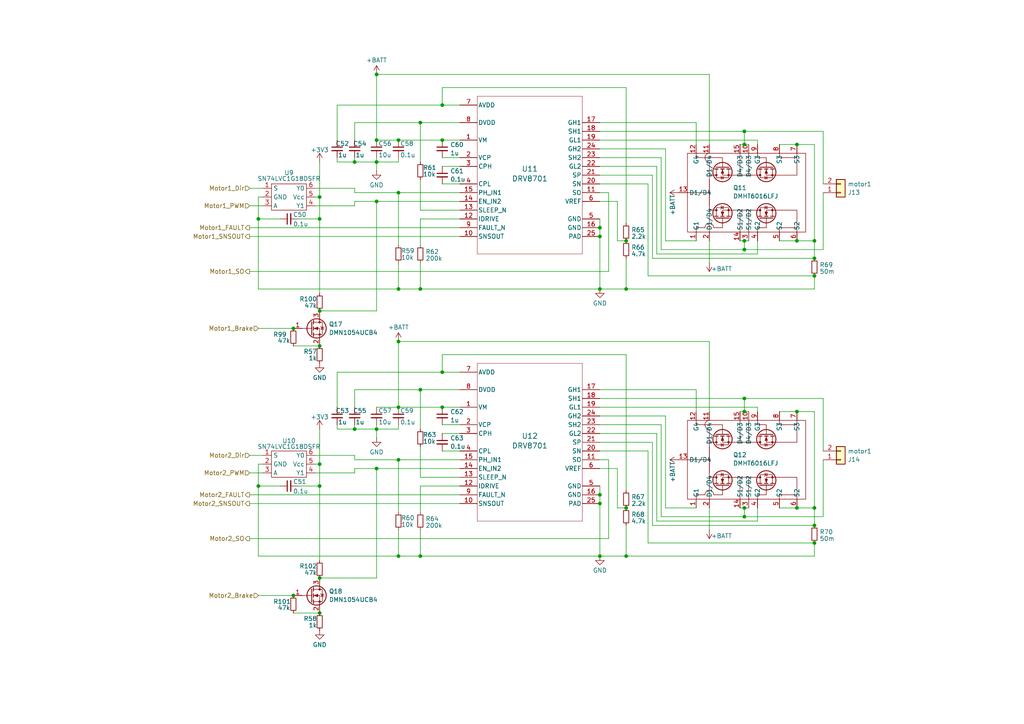
<source format=kicad_sch>
(kicad_sch (version 20231120) (generator "eeschema") (generator_version "8.0")
  (paper "A4")
  (lib_symbols
    (symbol "Connector_Generic:Conn_01x02" (pin_names (offset 1.016) hide)
      (property "Reference" "J" (at 0 2.54 0))
      (property "Value" "Conn_01x02" (at 0 -5.08 0))
      (symbol "Conn_01x02_1_1"
        (rectangle (start -1.27 -2.413) (end 0 -2.667) (stroke (width 0.1524)))
        (rectangle (start -1.27 0.127) (end 0 -0.127) (stroke (width 0.1524)))
        (rectangle (start -1.27 1.27) (end 1.27 -3.81) (stroke (width 0.254)) (fill (type background)))
        (pin passive line (at -5.08 0 0) (length 3.81) (name "Pin_1") (number "1"))
        (pin passive line (at -5.08 -2.54 0) (length 3.81) (name "Pin_2") (number "2"))
      )
    )
    (symbol "Device:C_Small" (pin_numbers hide) (pin_names (offset 0.254) hide)
      (property "Reference" "C" (at 0.254 1.778 0))
      (property "Value" "C_Small" (at 0.254 -2.032 0))
      (symbol "C_Small_0_1"
        (polyline (pts (xy -1.524 -0.508) (xy 1.524 -0.508)) (stroke (width 0.3302)))
        (polyline (pts (xy -1.524 0.508) (xy 1.524 0.508)) (stroke (width 0.3048)))
      )
      (symbol "C_Small_1_1"
        (pin passive line (at 0 2.54 270) (length 2.032) (name "~") (number "1"))
        (pin passive line (at 0 -2.54 90) (length 2.032) (name "~") (number "2"))
      )
    )
    (symbol "Device:Q_NMOS_GSD" (pin_names (offset 0) hide)
      (property "Reference" "Q" (at 5.08 1.27 0))
      (property "Value" "Q_NMOS_GSD" (at 5.08 -1.27 0))
      (symbol "Q_NMOS_GSD_0_1"
        (polyline (pts (xy 0.254 0) (xy -2.54 0)))
        (polyline (pts (xy 0.254 1.905) (xy 0.254 -1.905)) (stroke (width 0.254)))
        (polyline (pts (xy 0.762 -1.27) (xy 0.762 -2.286)) (stroke (width 0.254)))
        (polyline (pts (xy 0.762 0.508) (xy 0.762 -0.508)) (stroke (width 0.254)))
        (polyline (pts (xy 0.762 2.286) (xy 0.762 1.27)) (stroke (width 0.254)))
        (polyline (pts (xy 2.54 2.54) (xy 2.54 1.778)))
        (polyline (pts (xy 2.54 -2.54) (xy 2.54 0) (xy 0.762 0)))
        (polyline (pts (xy 0.762 -1.778) (xy 3.302 -1.778) (xy 3.302 1.778) (xy 0.762 1.778)))
        (polyline (pts (xy 1.016 0) (xy 2.032 0.381) (xy 2.032 -0.381) (xy 1.016 0)) (fill (type outline)))
        (polyline (pts (xy 2.794 0.508) (xy 2.921 0.381) (xy 3.683 0.381) (xy 3.81 0.254)))
        (polyline (pts (xy 3.302 0.381) (xy 2.921 -0.254) (xy 3.683 -0.254) (xy 3.302 0.381)))
        (circle (center 1.651 0) (radius 2.794) (stroke (width 0.254)))
        (circle (center 2.54 -1.778) (radius 0.254) (fill (type outline)))
        (circle (center 2.54 1.778) (radius 0.254) (fill (type outline)))
      )
      (symbol "Q_NMOS_GSD_1_1"
        (pin input line (at -5.08 0 0) (length 2.54) (name "G") (number "1"))
        (pin passive line (at 2.54 -5.08 90) (length 2.54) (name "S") (number "2"))
        (pin passive line (at 2.54 5.08 270) (length 2.54) (name "D") (number "3"))
      )
    )
    (symbol "Device:R_Small" (pin_numbers hide) (pin_names (offset 0.254) hide)
      (property "Reference" "R" (at 0.762 0.508 0))
      (property "Value" "R_Small" (at 0.762 -1.016 0))
      (symbol "R_Small_0_1"
        (rectangle (start -0.762 1.778) (end 0.762 -1.778) (stroke (width 0.2032)))
      )
      (symbol "R_Small_1_1"
        (pin passive line (at 0 2.54 270) (length 0.762) (name "~") (number "1"))
        (pin passive line (at 0 -2.54 90) (length 0.762) (name "~") (number "2"))
      )
    )
    (symbol "SN74LVC1G18_1"
      (property "Reference" "U" (at 0 1.778 0))
      (property "Value" "SN74LVC1G18" (at 0 0 0))
      (symbol "SN74LVC1G18_1_0_1"
        (rectangle (start -5.08 -1.27) (end 5.08 -8.89))
      )
      (symbol "SN74LVC1G18_1_1_1"
        (pin bidirectional line (at -7.62 -2.54 0) (length 2.54) (name "S") (number "1"))
        (pin power_in line (at -7.62 -5.08 0) (length 2.54) (name "GND") (number "2"))
        (pin bidirectional line (at -7.62 -7.62 0) (length 2.54) (name "A") (number "3"))
        (pin output line (at 7.62 -7.62 180) (length 2.54) (name "Y1") (number "4"))
        (pin power_in line (at 7.62 -5.08 180) (length 2.54) (name "Vcc") (number "5"))
        (pin output line (at 7.62 -2.54 180) (length 2.54) (name "Y0") (number "6"))
      )
    )
    (symbol "power:+3V3" (power) (pin_numbers hide) (pin_names (offset 0) hide)
      (property "Value" "+3V3" (at 0 3.556 0))
      (symbol "+3V3_0_1"
        (polyline (pts (xy -0.762 1.27) (xy 0 2.54)))
        (polyline (pts (xy 0 0) (xy 0 2.54)))
        (polyline (pts (xy 0 2.54) (xy 0.762 1.27)))
      )
      (symbol "+3V3_1_1"
        (pin power_in line (at 0 0 90) (length 0) (name "~") (number "1"))
      )
    )
    (symbol "power:+BATT" (power) (pin_numbers hide) (pin_names (offset 0) hide)
      (property "Value" "+BATT" (at 0 3.556 0))
      (symbol "+BATT_0_1"
        (polyline (pts (xy -0.762 1.27) (xy 0 2.54)))
        (polyline (pts (xy 0 0) (xy 0 2.54)))
        (polyline (pts (xy 0 2.54) (xy 0.762 1.27)))
      )
      (symbol "+BATT_1_1"
        (pin power_in line (at 0 0 90) (length 0) (name "~") (number "1"))
      )
    )
    (symbol "power:GND" (power) (pin_numbers hide) (pin_names (offset 0) hide)
      (property "Value" "GND" (at 0 -3.81 0))
      (symbol "GND_0_1"
        (polyline (pts (xy 0 0) (xy 0 -1.27) (xy 1.27 -1.27) (xy 0 -2.54) (xy -1.27 -1.27) (xy 0 -1.27)))
      )
      (symbol "GND_1_1"
        (pin power_in line (at 0 0 270) (length 0) (name "~") (number "1"))
      )
    )
    (symbol "robocon:DMHT6016LFJ"
      (property "Reference" "Q" (at 7.112 13.716 0))
      (property "Value" "DMHT6016LFJ" (at 6.858 11.43 0))
      (symbol "DMHT6016LFJ_0_1"
        (rectangle (start -11.43 10.16) (end 11.43 -24.13))
        (arc (start -10.16 2.54) (mid -9.262 2.912) (end -8.89 3.81))
        (arc (start -8.89 3.81) (mid -9.262 4.708) (end -10.16 5.08))
        (circle (center -5.969 -12.7) (radius 2.794) (stroke (width 0.254)))
        (circle (center -5.969 0) (radius 2.794) (stroke (width 0.254)))
        (circle (center -5.08 -14.478) (radius 0.254) (fill (type outline)))
        (circle (center -5.08 -10.922) (radius 0.254) (fill (type outline)))
        (circle (center -5.08 -1.778) (radius 0.254) (fill (type outline)))
        (circle (center -5.08 1.778) (radius 0.254) (fill (type outline)))
        (polyline (pts (xy -11.43 -7.62) (xy -5.08 -7.62)))
        (polyline (pts (xy -11.43 -5.08) (xy -5.08 -5.08)))
        (polyline (pts (xy -10.16 0) (xy -10.16 2.54)))
        (polyline (pts (xy -7.366 -12.7) (xy -10.16 -12.7)))
        (polyline (pts (xy -7.366 -10.795) (xy -7.366 -14.605)) (stroke (width 0.254)))
        (polyline (pts (xy -7.366 0) (xy -10.16 0)))
        (polyline (pts (xy -7.366 1.905) (xy -7.366 -1.905)) (stroke (width 0.254)))
        (polyline (pts (xy -6.858 -13.97) (xy -6.858 -14.986)) (stroke (width 0.254)))
        (polyline (pts (xy -6.858 -12.192) (xy -6.858 -13.208)) (stroke (width 0.254)))
        (polyline (pts (xy -6.858 -10.414) (xy -6.858 -11.43)) (stroke (width 0.254)))
        (polyline (pts (xy -6.858 -1.27) (xy -6.858 -2.286)) (stroke (width 0.254)))
        (polyline (pts (xy -6.858 0.508) (xy -6.858 -0.508)) (stroke (width 0.254)))
        (polyline (pts (xy -6.858 2.286) (xy -6.858 1.27)) (stroke (width 0.254)))
        (polyline (pts (xy -5.08 -10.16) (xy -5.08 -10.922)))
        (polyline (pts (xy -5.08 -10.16) (xy -5.08 -8.89)))
        (polyline (pts (xy -5.08 -8.89) (xy -5.08 -2.54)))
        (polyline (pts (xy -5.08 2.54) (xy -5.08 1.778)))
        (polyline (pts (xy -5.08 2.54) (xy -5.08 3.81)))
        (polyline (pts (xy -5.08 3.81) (xy -11.43 3.81)))
        (polyline (pts (xy -5.08 3.81) (xy 3.81 3.81)))
        (polyline (pts (xy 0 10.16) (xy 0 3.81)))
        (polyline (pts (xy 5.08 -10.16) (xy 5.08 -10.922)))
        (polyline (pts (xy 5.08 -10.16) (xy 5.08 -8.89)))
        (polyline (pts (xy 5.08 -8.89) (xy 5.08 -2.54)))
        (polyline (pts (xy 5.08 -5.08) (xy 11.43 -5.08)))
        (polyline (pts (xy 5.08 2.54) (xy 5.08 1.778)))
        (polyline (pts (xy 5.08 2.54) (xy 5.08 3.81)))
        (polyline (pts (xy 5.08 3.81) (xy -3.81 3.81)))
        (polyline (pts (xy 5.08 3.81) (xy 8.89 3.81)))
        (polyline (pts (xy 6.858 -13.97) (xy 6.858 -14.986)) (stroke (width 0.254)))
        (polyline (pts (xy 6.858 -12.192) (xy 6.858 -13.208)) (stroke (width 0.254)))
        (polyline (pts (xy 6.858 -10.414) (xy 6.858 -11.43)) (stroke (width 0.254)))
        (polyline (pts (xy 6.858 -1.27) (xy 6.858 -2.286)) (stroke (width 0.254)))
        (polyline (pts (xy 6.858 0.508) (xy 6.858 -0.508)) (stroke (width 0.254)))
        (polyline (pts (xy 6.858 2.286) (xy 6.858 1.27)) (stroke (width 0.254)))
        (polyline (pts (xy 7.366 -12.7) (xy 10.16 -12.7)))
        (polyline (pts (xy 7.366 -10.795) (xy 7.366 -14.605)) (stroke (width 0.254)))
        (polyline (pts (xy 7.366 0) (xy 10.16 0)))
        (polyline (pts (xy 7.366 1.905) (xy 7.366 -1.905)) (stroke (width 0.254)))
        (polyline (pts (xy 11.43 -7.62) (xy 5.08 -7.62)))
        (polyline (pts (xy -11.43 -10.16) (xy -10.16 -10.16) (xy -10.16 -12.7)))
        (polyline (pts (xy -10.16 -21.59) (xy -10.16 -16.51) (xy -11.43 -16.51)))
        (polyline (pts (xy -10.16 5.08) (xy -10.16 7.62) (xy -11.43 7.62)))
        (polyline (pts (xy -5.08 -15.24) (xy -5.08 -21.59) (xy -11.43 -21.59)))
        (polyline (pts (xy -5.08 -15.24) (xy -5.08 -12.7) (xy -6.858 -12.7)))
        (polyline (pts (xy -5.08 -2.54) (xy -5.08 0) (xy -6.858 0)))
        (polyline (pts (xy 5.08 -15.24) (xy 5.08 -21.59) (xy 11.43 -21.59)))
        (polyline (pts (xy 5.08 -15.24) (xy 5.08 -12.7) (xy 6.858 -12.7)))
        (polyline (pts (xy 5.08 -2.54) (xy 5.08 0) (xy 6.858 0)))
        (polyline (pts (xy 10.16 0) (xy 10.16 7.62) (xy 11.43 7.62)))
        (polyline (pts (xy 11.43 -16.51) (xy 10.16 -16.51) (xy 10.16 -21.59)))
        (polyline (pts (xy 11.43 -10.16) (xy 10.16 -10.16) (xy 10.16 -12.7)))
        (polyline (pts (xy -6.858 -14.478) (xy -4.318 -14.478) (xy -4.318 -10.922) (xy -6.858 -10.922)))
        (polyline (pts (xy -6.858 -1.778) (xy -4.318 -1.778) (xy -4.318 1.778) (xy -6.858 1.778)))
        (polyline (pts (xy -6.604 -12.7) (xy -5.588 -12.319) (xy -5.588 -13.081) (xy -6.604 -12.7)) (fill (type outline)))
        (polyline (pts (xy -6.604 0) (xy -5.588 0.381) (xy -5.588 -0.381) (xy -6.604 0)) (fill (type outline)))
        (polyline (pts (xy -4.826 -12.192) (xy -4.699 -12.319) (xy -3.937 -12.319) (xy -3.81 -12.446)))
        (polyline (pts (xy -4.826 0.508) (xy -4.699 0.381) (xy -3.937 0.381) (xy -3.81 0.254)))
        (polyline (pts (xy -4.318 -12.319) (xy -4.699 -12.954) (xy -3.937 -12.954) (xy -4.318 -12.319)))
        (polyline (pts (xy -4.318 0.381) (xy -4.699 -0.254) (xy -3.937 -0.254) (xy -4.318 0.381)))
        (polyline (pts (xy 4.318 -12.319) (xy 4.699 -12.954) (xy 3.937 -12.954) (xy 4.318 -12.319)))
        (polyline (pts (xy 4.318 0.381) (xy 4.699 -0.254) (xy 3.937 -0.254) (xy 4.318 0.381)))
        (polyline (pts (xy 4.826 -12.192) (xy 4.699 -12.319) (xy 3.937 -12.319) (xy 3.81 -12.446)))
        (polyline (pts (xy 4.826 0.508) (xy 4.699 0.381) (xy 3.937 0.381) (xy 3.81 0.254)))
        (polyline (pts (xy 6.604 -12.7) (xy 5.588 -12.319) (xy 5.588 -13.081) (xy 6.604 -12.7)) (fill (type outline)))
        (polyline (pts (xy 6.604 0) (xy 5.588 0.381) (xy 5.588 -0.381) (xy 6.604 0)) (fill (type outline)))
        (polyline (pts (xy 6.858 -14.478) (xy 4.318 -14.478) (xy 4.318 -10.922) (xy 6.858 -10.922)))
        (polyline (pts (xy 6.858 -1.778) (xy 4.318 -1.778) (xy 4.318 1.778) (xy 6.858 1.778)))
        (circle (center 5.08 -14.478) (radius 0.254) (fill (type outline)))
        (circle (center 5.08 -10.922) (radius 0.254) (fill (type outline)))
        (circle (center 5.08 -1.778) (radius 0.254) (fill (type outline)))
        (circle (center 5.08 1.778) (radius 0.254) (fill (type outline)))
        (circle (center 5.969 -12.7) (radius 2.794) (stroke (width 0.254)))
        (circle (center 5.969 0) (radius 2.794) (stroke (width 0.254)))
        (arc (start 10.16 5.08) (mid 9.262 4.708) (end 8.89 3.81))
        (arc (start 11.43 3.81) (mid 11.058 4.708) (end 10.16 5.08))
      )
      (symbol "DMHT6016LFJ_1_1"
        (pin passive line (at -13.97 7.62 0) (length 2.54) (name "G1") (number "1"))
        (pin passive line (at 13.97 -7.62 180) (length 2.54) (name "D4/D3") (number "10"))
        (pin passive line (at 13.97 3.81 180) (length 2.54) (name "D1/D4") (number "11"))
        (pin passive line (at 13.97 7.62 180) (length 2.54) (name "G4") (number "12"))
        (pin passive line (at 0 12.7 270) (length 2.54) (name "D1/D4") (number "13"))
        (pin passive line (at -13.97 -5.08 0) (length 2.54) (name "S1/D2") (number "14"))
        (pin passive line (at 13.97 -5.08 180) (length 2.54) (name "D4/D3") (number "15"))
        (pin passive line (at -13.97 3.81 0) (length 2.54) (name "D1/D4") (number "2"))
        (pin passive line (at -13.97 -7.62 0) (length 2.54) (name "S1/D2") (number "3"))
        (pin passive line (at -13.97 -10.16 0) (length 2.54) (name "G2") (number "4"))
        (pin passive line (at -13.97 -16.51 0) (length 2.54) (name "S2") (number "5"))
        (pin passive line (at -13.97 -21.59 0) (length 2.54) (name "S2") (number "6"))
        (pin passive line (at 13.97 -21.59 180) (length 2.54) (name "S3") (number "7"))
        (pin passive line (at 13.97 -16.51 180) (length 2.54) (name "S3") (number "8"))
        (pin passive line (at 13.97 -10.16 180) (length 2.54) (name "G3") (number "9"))
      )
    )
    (symbol "robocon:DRV8701" (pin_names (offset 0.254))
      (property "Reference" "U" (at 0 12.7 0))
      (property "Value" "DRV8701" (at 0 10.16 0))
      (symbol "DRV8701_0_1"
        (polyline (pts (xy -15.24 -22.86) (xy 15.24 -22.86)) (stroke (width 0.1016)))
        (polyline (pts (xy -15.24 22.86) (xy -15.24 -22.86)) (stroke (width 0.1016)))
        (polyline (pts (xy 15.24 -22.86) (xy 15.24 22.86)) (stroke (width 0.1016)))
        (polyline (pts (xy 15.24 22.86) (xy -15.24 22.86)) (stroke (width 0.1016)))
        (pin power_in line (at -20.32 10.16 0) (length 5.08) (name "VM") (number "1"))
        (pin open_collector line (at -20.32 -17.78 0) (length 5.08) (name "SNSOUT") (number "10"))
        (pin output line (at 20.32 -5.08 180) (length 5.08) (name "SO") (number "11"))
        (pin input line (at -20.32 -12.7 0) (length 5.08) (name "IDRIVE") (number "12"))
        (pin input line (at -20.32 -10.16 0) (length 5.08) (name "SLEEP_N") (number "13"))
        (pin input line (at -20.32 -7.62 0) (length 5.08) (name "EN_IN2") (number "14"))
        (pin input line (at -20.32 -5.08 0) (length 5.08) (name "PH_IN1") (number "15"))
        (pin power_in line (at 20.32 -15.24 180) (length 5.08) (name "GND") (number "16"))
        (pin input line (at 20.32 12.7 180) (length 5.08) (name "SH1") (number "18"))
        (pin output line (at 20.32 10.16 180) (length 5.08) (name "GL1") (number "19"))
        (pin input line (at 20.32 -2.54 180) (length 5.08) (name "SN") (number "20"))
        (pin input line (at 20.32 0 180) (length 5.08) (name "SP") (number "21"))
        (pin output line (at 20.32 2.54 180) (length 5.08) (name "GL2") (number "22"))
        (pin input line (at 20.32 5.08 180) (length 5.08) (name "SH2") (number "23"))
        (pin power_in line (at 20.32 -17.78 180) (length 5.08) (name "PAD") (number "25"))
        (pin power_in line (at 20.32 -12.7 180) (length 5.08) (name "GND") (number "5"))
        (pin input line (at 20.32 -7.62 180) (length 5.08) (name "VREF") (number "6"))
        (pin open_collector line (at -20.32 -15.24 0) (length 5.08) (name "FAULT_N") (number "9"))
      )
      (symbol "DRV8701_1_1"
        (pin power_out line (at 20.32 15.24 180) (length 5.08) (name "GH1") (number "17"))
        (pin input line (at -20.32 5.08 0) (length 5.08) (name "VCP") (number "2"))
        (pin power_out line (at 20.32 7.62 180) (length 5.08) (name "GH2") (number "24"))
        (pin bidirectional line (at -20.32 2.54 0) (length 5.08) (name "CPH") (number "3"))
        (pin bidirectional line (at -20.32 -2.54 0) (length 5.08) (name "CPL") (number "4"))
        (pin power_out line (at -20.32 20.32 0) (length 5.08) (name "AVDD") (number "7"))
        (pin power_out line (at -20.32 15.24 0) (length 5.08) (name "DVDD") (number "8"))
      )
    )
    (symbol "robocon:SN74LVC1G18"
      (property "Reference" "U" (at 0 0 0))
      (symbol "SN74LVC1G18_0_1"
        (rectangle (start -5.08 -1.27) (end 5.08 -8.89))
      )
      (symbol "SN74LVC1G18_1_1"
        (pin bidirectional line (at -7.62 -2.54 0) (length 2.54) (name "S") (number "1"))
        (pin power_in line (at -7.62 -5.08 0) (length 2.54) (name "GND") (number "2"))
        (pin bidirectional line (at -7.62 -7.62 0) (length 2.54) (name "A") (number "3"))
        (pin output line (at 7.62 -7.62 180) (length 2.54) (name "Y1") (number "4"))
        (pin power_in line (at 7.62 -5.08 180) (length 2.54) (name "Vcc") (number "5"))
        (pin output line (at 7.62 -2.54 180) (length 2.54) (name "Y0") (number "6"))
      )
    )
  )
  (junction (at 115.57 133.35))
  (junction (at 173.99 83.82))
  (junction (at 181.61 69.85))
  (junction (at 92.71 140.97))
  (junction (at 173.99 68.58))
  (junction (at 74.93 140.97))
  (junction (at 215.9 69.85))
  (junction (at 85.09 95.25))
  (junction (at 121.92 161.29))
  (junction (at 92.71 63.5))
  (junction (at 121.92 35.56))
  (junction (at 173.99 146.05))
  (junction (at 74.93 63.5))
  (junction (at 121.92 83.82))
  (junction (at 236.22 74.93))
  (junction (at 109.22 58.42))
  (junction (at 173.99 66.04))
  (junction (at 181.61 83.82))
  (junction (at 231.14 119.38))
  (junction (at 215.9 119.38))
  (junction (at 109.22 135.89))
  (junction (at 115.57 55.88))
  (junction (at 115.57 118.11))
  (junction (at 215.9 149.86))
  (junction (at 236.22 147.32))
  (junction (at 236.22 69.85))
  (junction (at 236.22 80.01))
  (junction (at 109.22 46.99))
  (junction (at 231.14 147.32))
  (junction (at 215.9 41.91))
  (junction (at 236.22 152.4))
  (junction (at 109.22 124.46))
  (junction (at 102.87 124.46))
  (junction (at 92.71 167.64))
  (junction (at 121.92 113.03))
  (junction (at 92.71 134.62))
  (junction (at 109.22 21.59))
  (junction (at 115.57 161.29))
  (junction (at 231.14 41.91))
  (junction (at 231.14 69.85))
  (junction (at 128.27 30.48))
  (junction (at 85.09 172.72))
  (junction (at 181.61 161.29))
  (junction (at 109.22 40.64))
  (junction (at 128.27 107.95))
  (junction (at 215.9 147.32))
  (junction (at 181.61 147.32))
  (junction (at 128.27 118.11))
  (junction (at 115.57 40.64))
  (junction (at 236.22 157.48))
  (junction (at 173.99 161.29))
  (junction (at 115.57 99.06))
  (junction (at 102.87 46.99))
  (junction (at 92.71 100.33))
  (junction (at 215.9 115.57))
  (junction (at 128.27 40.64))
  (junction (at 92.71 90.17))
  (junction (at 115.57 83.82))
  (junction (at 92.71 57.15))
  (junction (at 173.99 143.51))
  (junction (at 92.71 177.8))
  (junction (at 215.9 72.39))
  (junction (at 215.9 38.1))
  (wire (pts (xy 121.92 71.12) (xy 121.92 63.5)))
  (wire (pts (xy 238.76 38.1) (xy 238.76 53.34)))
  (wire (pts (xy 115.57 124.46) (xy 115.57 123.19)))
  (wire (pts (xy 115.57 133.35) (xy 133.35 133.35)))
  (wire (pts (xy 109.22 135.89) (xy 109.22 167.64)))
  (wire (pts (xy 121.92 113.03) (xy 121.92 124.46)))
  (wire (pts (xy 109.22 124.46) (xy 109.22 123.19)))
  (wire (pts (xy 115.57 83.82) (xy 121.92 83.82)))
  (wire (pts (xy 191.77 149.86) (xy 215.9 149.86)))
  (wire (pts (xy 92.71 63.5) (xy 92.71 57.15)))
  (wire (pts (xy 173.99 135.89) (xy 179.07 135.89)))
  (wire (pts (xy 92.71 140.97) (xy 92.71 162.56)))
  (wire (pts (xy 231.14 147.32) (xy 236.22 147.32)))
  (wire (pts (xy 205.74 119.38) (xy 205.74 99.06)))
  (wire (pts (xy 97.79 123.19) (xy 97.79 124.46)))
  (wire (pts (xy 121.92 35.56) (xy 121.92 46.99)))
  (wire (pts (xy 173.99 45.72) (xy 191.77 45.72)))
  (wire (pts (xy 74.93 140.97) (xy 81.28 140.97)))
  (wire (pts (xy 173.99 146.05) (xy 173.99 143.51)))
  (wire (pts (xy 181.61 161.29) (xy 173.99 161.29)))
  (wire (pts (xy 215.9 38.1) (xy 215.9 41.91)))
  (wire (pts (xy 181.61 74.93) (xy 181.61 83.82)))
  (wire (pts (xy 190.5 48.26) (xy 190.5 73.66)))
  (wire (pts (xy 238.76 55.88) (xy 238.76 72.39)))
  (wire (pts (xy 236.22 80.01) (xy 236.22 83.82)))
  (wire (pts (xy 173.99 35.56) (xy 201.93 35.56)))
  (wire (pts (xy 102.87 123.19) (xy 102.87 124.46)))
  (wire (pts (xy 128.27 53.34) (xy 133.35 53.34)))
  (wire (pts (xy 91.44 57.15) (xy 92.71 57.15)))
  (wire (pts (xy 115.57 161.29) (xy 121.92 161.29)))
  (wire (pts (xy 72.39 143.51) (xy 133.35 143.51)))
  (wire (pts (xy 191.77 123.19) (xy 191.77 149.86)))
  (wire (pts (xy 115.57 99.06) (xy 205.74 99.06)))
  (wire (pts (xy 173.99 125.73) (xy 190.5 125.73)))
  (wire (pts (xy 173.99 143.51) (xy 173.99 140.97)))
  (wire (pts (xy 72.39 137.16) (xy 76.2 137.16)))
  (wire (pts (xy 133.35 138.43) (xy 121.92 138.43)))
  (wire (pts (xy 109.22 90.17) (xy 92.71 90.17)))
  (wire (pts (xy 215.9 149.86) (xy 215.9 147.32)))
  (wire (pts (xy 173.99 53.34) (xy 187.96 53.34)))
  (wire (pts (xy 205.74 147.32) (xy 205.74 153.67)))
  (wire (pts (xy 102.87 54.61) (xy 102.87 55.88)))
  (wire (pts (xy 91.44 59.69) (xy 102.87 59.69)))
  (wire (pts (xy 92.71 100.33) (xy 85.09 100.33)))
  (wire (pts (xy 133.35 60.96) (xy 121.92 60.96)))
  (wire (pts (xy 92.71 167.64) (xy 109.22 167.64)))
  (wire (pts (xy 215.9 115.57) (xy 215.9 119.38)))
  (wire (pts (xy 181.61 83.82) (xy 173.99 83.82)))
  (wire (pts (xy 109.22 124.46) (xy 115.57 124.46)))
  (wire (pts (xy 215.9 115.57) (xy 238.76 115.57)))
  (wire (pts (xy 215.9 149.86) (xy 238.76 149.86)))
  (wire (pts (xy 97.79 124.46) (xy 102.87 124.46)))
  (wire (pts (xy 97.79 107.95) (xy 97.79 118.11)))
  (wire (pts (xy 128.27 123.19) (xy 133.35 123.19)))
  (wire (pts (xy 72.39 54.61) (xy 76.2 54.61)))
  (wire (pts (xy 72.39 146.05) (xy 133.35 146.05)))
  (wire (pts (xy 92.71 177.8) (xy 85.09 177.8)))
  (wire (pts (xy 102.87 59.69) (xy 102.87 58.42)))
  (wire (pts (xy 92.71 46.99) (xy 92.71 57.15)))
  (wire (pts (xy 109.22 58.42) (xy 109.22 90.17)))
  (wire (pts (xy 176.53 55.88) (xy 176.53 78.74)))
  (wire (pts (xy 121.92 161.29) (xy 173.99 161.29)))
  (wire (pts (xy 109.22 46.99) (xy 115.57 46.99)))
  (wire (pts (xy 201.93 113.03) (xy 201.93 119.38)))
  (wire (pts (xy 179.07 147.32) (xy 181.61 147.32)))
  (wire (pts (xy 173.99 123.19) (xy 191.77 123.19)))
  (wire (pts (xy 74.93 172.72) (xy 85.09 172.72)))
  (wire (pts (xy 173.99 118.11) (xy 219.71 118.11)))
  (wire (pts (xy 193.04 120.65) (xy 193.04 147.32)))
  (wire (pts (xy 74.93 63.5) (xy 81.28 63.5)))
  (wire (pts (xy 121.92 153.67) (xy 121.92 161.29)))
  (wire (pts (xy 191.77 45.72) (xy 191.77 72.39)))
  (wire (pts (xy 173.99 48.26) (xy 190.5 48.26)))
  (wire (pts (xy 187.96 157.48) (xy 236.22 157.48)))
  (wire (pts (xy 102.87 132.08) (xy 102.87 133.35)))
  (wire (pts (xy 236.22 147.32) (xy 236.22 152.4)))
  (wire (pts (xy 236.22 41.91) (xy 236.22 69.85)))
  (wire (pts (xy 173.99 68.58) (xy 173.99 66.04)))
  (wire (pts (xy 74.93 57.15) (xy 74.93 63.5)))
  (wire (pts (xy 97.79 45.72) (xy 97.79 46.99)))
  (wire (pts (xy 133.35 48.26) (xy 128.27 48.26)))
  (wire (pts (xy 121.92 35.56) (xy 133.35 35.56)))
  (wire (pts (xy 102.87 113.03) (xy 102.87 118.11)))
  (wire (pts (xy 102.87 35.56) (xy 121.92 35.56)))
  (wire (pts (xy 102.87 55.88) (xy 115.57 55.88)))
  (wire (pts (xy 76.2 57.15) (xy 74.93 57.15)))
  (wire (pts (xy 133.35 125.73) (xy 128.27 125.73)))
  (wire (pts (xy 97.79 30.48) (xy 97.79 40.64)))
  (wire (pts (xy 109.22 40.64) (xy 115.57 40.64)))
  (wire (pts (xy 219.71 40.64) (xy 219.71 41.91)))
  (wire (pts (xy 97.79 46.99) (xy 102.87 46.99)))
  (wire (pts (xy 189.23 152.4) (xy 236.22 152.4)))
  (wire (pts (xy 109.22 49.53) (xy 109.22 46.99)))
  (wire (pts (xy 201.93 35.56) (xy 201.93 41.91)))
  (wire (pts (xy 181.61 25.4) (xy 181.61 64.77)))
  (wire (pts (xy 91.44 137.16) (xy 102.87 137.16)))
  (wire (pts (xy 231.14 41.91) (xy 236.22 41.91)))
  (wire (pts (xy 187.96 53.34) (xy 187.96 80.01)))
  (wire (pts (xy 215.9 41.91) (xy 217.17 41.91)))
  (wire (pts (xy 109.22 46.99) (xy 109.22 45.72)))
  (wire (pts (xy 190.5 125.73) (xy 190.5 151.13)))
  (wire (pts (xy 179.07 69.85) (xy 181.61 69.85)))
  (wire (pts (xy 181.61 83.82) (xy 236.22 83.82)))
  (wire (pts (xy 115.57 55.88) (xy 133.35 55.88)))
  (wire (pts (xy 219.71 147.32) (xy 219.71 151.13)))
  (wire (pts (xy 173.99 128.27) (xy 189.23 128.27)))
  (wire (pts (xy 121.92 60.96) (xy 121.92 52.07)))
  (wire (pts (xy 173.99 68.58) (xy 173.99 83.82)))
  (wire (pts (xy 102.87 137.16) (xy 102.87 135.89)))
  (wire (pts (xy 121.92 113.03) (xy 133.35 113.03)))
  (wire (pts (xy 128.27 107.95) (xy 133.35 107.95)))
  (wire (pts (xy 115.57 99.06) (xy 115.57 118.11)))
  (wire (pts (xy 236.22 119.38) (xy 236.22 147.32)))
  (wire (pts (xy 236.22 157.48) (xy 236.22 161.29)))
  (wire (pts (xy 115.57 55.88) (xy 115.57 71.12)))
  (wire (pts (xy 109.22 58.42) (xy 133.35 58.42)))
  (wire (pts (xy 102.87 45.72) (xy 102.87 46.99)))
  (wire (pts (xy 128.27 30.48) (xy 133.35 30.48)))
  (wire (pts (xy 226.06 41.91) (xy 231.14 41.91)))
  (wire (pts (xy 121.92 140.97) (xy 133.35 140.97)))
  (wire (pts (xy 128.27 102.87) (xy 181.61 102.87)))
  (wire (pts (xy 76.2 134.62) (xy 74.93 134.62)))
  (wire (pts (xy 115.57 118.11) (xy 128.27 118.11)))
  (wire (pts (xy 91.44 134.62) (xy 92.71 134.62)))
  (wire (pts (xy 115.57 118.11) (xy 109.22 118.11)))
  (wire (pts (xy 181.61 102.87) (xy 181.61 142.24)))
  (wire (pts (xy 74.93 83.82) (xy 115.57 83.82)))
  (wire (pts (xy 173.99 113.03) (xy 201.93 113.03)))
  (wire (pts (xy 173.99 40.64) (xy 219.71 40.64)))
  (wire (pts (xy 181.61 161.29) (xy 236.22 161.29)))
  (wire (pts (xy 102.87 133.35) (xy 115.57 133.35)))
  (wire (pts (xy 74.93 140.97) (xy 74.93 161.29)))
  (wire (pts (xy 173.99 43.18) (xy 193.04 43.18)))
  (wire (pts (xy 179.07 135.89) (xy 179.07 147.32)))
  (wire (pts (xy 193.04 43.18) (xy 193.04 69.85)))
  (wire (pts (xy 187.96 130.81) (xy 187.96 157.48)))
  (wire (pts (xy 115.57 40.64) (xy 128.27 40.64)))
  (wire (pts (xy 102.87 35.56) (xy 102.87 40.64)))
  (wire (pts (xy 173.99 58.42) (xy 179.07 58.42)))
  (wire (pts (xy 97.79 107.95) (xy 128.27 107.95)))
  (wire (pts (xy 109.22 135.89) (xy 133.35 135.89)))
  (wire (pts (xy 214.63 119.38) (xy 215.9 119.38)))
  (wire (pts (xy 173.99 120.65) (xy 193.04 120.65)))
  (wire (pts (xy 226.06 147.32) (xy 231.14 147.32)))
  (wire (pts (xy 215.9 38.1) (xy 238.76 38.1)))
  (wire (pts (xy 128.27 45.72) (xy 133.35 45.72)))
  (wire (pts (xy 115.57 133.35) (xy 115.57 148.59)))
  (wire (pts (xy 205.74 41.91) (xy 205.74 21.59)))
  (wire (pts (xy 121.92 63.5) (xy 133.35 63.5)))
  (wire (pts (xy 72.39 68.58) (xy 133.35 68.58)))
  (wire (pts (xy 173.99 55.88) (xy 176.53 55.88)))
  (wire (pts (xy 115.57 153.67) (xy 115.57 161.29)))
  (wire (pts (xy 109.22 21.59) (xy 205.74 21.59)))
  (wire (pts (xy 214.63 147.32) (xy 215.9 147.32)))
  (wire (pts (xy 86.36 63.5) (xy 92.71 63.5)))
  (wire (pts (xy 193.04 147.32) (xy 201.93 147.32)))
  (wire (pts (xy 193.04 69.85) (xy 201.93 69.85)))
  (wire (pts (xy 121.92 138.43) (xy 121.92 129.54)))
  (wire (pts (xy 121.92 83.82) (xy 173.99 83.82)))
  (wire (pts (xy 74.93 161.29) (xy 115.57 161.29)))
  (wire (pts (xy 214.63 41.91) (xy 215.9 41.91)))
  (wire (pts (xy 72.39 59.69) (xy 76.2 59.69)))
  (wire (pts (xy 121.92 148.59) (xy 121.92 140.97)))
  (wire (pts (xy 102.87 58.42) (xy 109.22 58.42)))
  (wire (pts (xy 72.39 132.08) (xy 76.2 132.08)))
  (wire (pts (xy 102.87 135.89) (xy 109.22 135.89)))
  (wire (pts (xy 173.99 146.05) (xy 173.99 161.29)))
  (wire (pts (xy 190.5 151.13) (xy 219.71 151.13)))
  (wire (pts (xy 86.36 140.97) (xy 92.71 140.97)))
  (wire (pts (xy 128.27 25.4) (xy 181.61 25.4)))
  (wire (pts (xy 219.71 118.11) (xy 219.71 119.38)))
  (wire (pts (xy 173.99 130.81) (xy 187.96 130.81)))
  (wire (pts (xy 121.92 76.2) (xy 121.92 83.82)))
  (wire (pts (xy 214.63 69.85) (xy 215.9 69.85)))
  (wire (pts (xy 190.5 73.66) (xy 219.71 73.66)))
  (wire (pts (xy 109.22 21.59) (xy 109.22 40.64)))
  (wire (pts (xy 189.23 74.93) (xy 236.22 74.93)))
  (wire (pts (xy 187.96 80.01) (xy 236.22 80.01)))
  (wire (pts (xy 102.87 46.99) (xy 109.22 46.99)))
  (wire (pts (xy 91.44 132.08) (xy 102.87 132.08)))
  (wire (pts (xy 189.23 50.8) (xy 189.23 74.93)))
  (wire (pts (xy 173.99 50.8) (xy 189.23 50.8)))
  (wire (pts (xy 102.87 124.46) (xy 109.22 124.46)))
  (wire (pts (xy 92.71 63.5) (xy 92.71 85.09)))
  (wire (pts (xy 238.76 115.57) (xy 238.76 130.81)))
  (wire (pts (xy 128.27 118.11) (xy 133.35 118.11)))
  (wire (pts (xy 128.27 130.81) (xy 133.35 130.81)))
  (wire (pts (xy 92.71 140.97) (xy 92.71 134.62)))
  (wire (pts (xy 189.23 128.27) (xy 189.23 152.4)))
  (wire (pts (xy 238.76 133.35) (xy 238.76 149.86)))
  (wire (pts (xy 231.14 119.38) (xy 236.22 119.38)))
  (wire (pts (xy 115.57 76.2) (xy 115.57 83.82)))
  (wire (pts (xy 179.07 58.42) (xy 179.07 69.85)))
  (wire (pts (xy 173.99 38.1) (xy 215.9 38.1)))
  (wire (pts (xy 109.22 127) (xy 109.22 124.46)))
  (wire (pts (xy 176.53 133.35) (xy 176.53 156.21)))
  (wire (pts (xy 92.71 124.46) (xy 92.71 134.62)))
  (wire (pts (xy 226.06 69.85) (xy 231.14 69.85)))
  (wire (pts (xy 72.39 66.04) (xy 133.35 66.04)))
  (wire (pts (xy 181.61 152.4) (xy 181.61 161.29)))
  (wire (pts (xy 215.9 72.39) (xy 238.76 72.39)))
  (wire (pts (xy 226.06 119.38) (xy 231.14 119.38)))
  (wire (pts (xy 128.27 40.64) (xy 133.35 40.64)))
  (wire (pts (xy 74.93 95.25) (xy 85.09 95.25)))
  (wire (pts (xy 97.79 30.48) (xy 128.27 30.48)))
  (wire (pts (xy 219.71 69.85) (xy 219.71 73.66)))
  (wire (pts (xy 215.9 119.38) (xy 217.17 119.38)))
  (wire (pts (xy 72.39 156.21) (xy 176.53 156.21)))
  (wire (pts (xy 173.99 66.04) (xy 173.99 63.5)))
  (wire (pts (xy 128.27 25.4) (xy 128.27 30.48)))
  (wire (pts (xy 205.74 69.85) (xy 205.74 76.2)))
  (wire (pts (xy 74.93 134.62) (xy 74.93 140.97)))
  (wire (pts (xy 102.87 113.03) (xy 121.92 113.03)))
  (wire (pts (xy 173.99 115.57) (xy 215.9 115.57)))
  (wire (pts (xy 173.99 133.35) (xy 176.53 133.35)))
  (wire (pts (xy 115.57 46.99) (xy 115.57 45.72)))
  (wire (pts (xy 72.39 78.74) (xy 176.53 78.74)))
  (wire (pts (xy 215.9 72.39) (xy 215.9 69.85)))
  (wire (pts (xy 91.44 54.61) (xy 102.87 54.61)))
  (wire (pts (xy 215.9 147.32) (xy 217.17 147.32)))
  (wire (pts (xy 231.14 69.85) (xy 236.22 69.85)))
  (wire (pts (xy 215.9 69.85) (xy 217.17 69.85)))
  (wire (pts (xy 236.22 69.85) (xy 236.22 74.93)))
  (wire (pts (xy 74.93 63.5) (xy 74.93 83.82)))
  (wire (pts (xy 128.27 102.87) (xy 128.27 107.95)))
  (wire (pts (xy 191.77 72.39) (xy 215.9 72.39)))
  (hierarchical_label "Motor2_FAULT" (shape output) (at 72.39 143.51 180))
  (hierarchical_label "Motor2_Brake" (shape input) (at 74.93 172.72 180))
  (hierarchical_label "Motor1_PWM" (shape input) (at 72.39 59.69 180))
  (hierarchical_label "Motor2_Dir" (shape input) (at 72.39 132.08 180))
  (hierarchical_label "Motor1_FAULT" (shape output) (at 72.39 66.04 180))
  (hierarchical_label "Motor2_SNSOUT" (shape output) (at 72.39 146.05 180))
  (hierarchical_label "Motor1_SO" (shape output) (at 72.39 78.74 180))
  (hierarchical_label "Motor2_PWM" (shape input) (at 72.39 137.16 180))
  (hierarchical_label "Motor1_SNSOUT" (shape output) (at 72.39 68.58 180))
  (hierarchical_label "Motor2_SO" (shape output) (at 72.39 156.21 180))
  (hierarchical_label "Motor1_Dir" (shape input) (at 72.39 54.61 180))
  (hierarchical_label "Motor1_Brake" (shape input) (at 74.93 95.25 180))
  (symbol (lib_id "Device:C_Small") (at 102.87 43.18 0) (unit 1)
    (property "Reference" "C54" (at 104.394 41.656 0))
    (property "Value" "1u" (at 104.394 44.958 0))
    (property "Footprint" "Capacitor_SMD:C_0402_1005Metric" (effects (hide yes)))
    (property "Datasheet" "C77009" (effects (hide yes)))
    (property "Description" "Unpolarized capacitor, small symbol" (effects (hide yes)))
  )
  (symbol (lib_id "Device:R_Small") (at 121.92 151.13 180) (unit 1)
    (property "Reference" "R64" (at 123.4186 150.4863 0) (effects (justify right)))
    (property "Value" "200k" (at 123.4186 152.4073 0) (effects (justify right)))
    (property "Footprint" "Resistor_SMD:R_0402_1005Metric" (effects (hide yes)))
    (property "Datasheet" "C25764" (effects (hide yes)))
    (property "Description" "Resistor, small symbol" (effects (hide yes)))
  )
  (symbol (lib_id "Device:Q_NMOS_GSD") (at 90.17 95.25 0) (unit 1)
    (property "Reference" "Q17" (at 95.377 94.0379 0) (effects (justify left)))
    (property "Value" "DMN1054UCB4" (at 95.377 96.4621 0) (effects (justify left)))
    (property "Footprint" "robot_contest:DMN1054UCB4" (effects (hide yes)))
    (property "Datasheet" "C2983694" (effects (hide yes)))
    (property "Description" "N-MOSFET transistor, gate/source/drain" (effects (hide yes)))
  )
  (symbol (lib_id "Device:R_Small") (at 115.57 151.13 180) (unit 1)
    (property "Reference" "R60" (at 116.332 150.225 0) (effects (justify right)))
    (property "Value" "10k" (at 116.332 152.146 0) (effects (justify right)))
    (property "Footprint" "Resistor_SMD:R_0402_1005Metric" (effects (hide yes)))
    (property "Datasheet" "C2906885" (effects (hide yes)))
    (property "Description" "Resistor, small symbol" (effects (hide yes)))
  )
  (symbol (lib_id "Device:R_Small") (at 236.22 77.47 180) (unit 1)
    (property "Reference" "R69" (at 237.7186 76.8263 0) (effects (justify right)))
    (property "Value" "50m" (at 237.7186 78.7473 0) (effects (justify right)))
    (property "Footprint" "Resistor_SMD:R_1206_3216Metric" (effects (hide yes)))
    (property "Datasheet" "C5121702" (effects (hide yes)))
    (property "Description" "Resistor, small symbol" (effects (hide yes)))
  )
  (symbol (lib_id "power:+3V3") (at 92.71 124.46 0) (unit 1)
    (property "Reference" "#PWR097" (effects (hide yes)))
    (property "Value" "+3V3" (at 92.71 120.9581 0))
    (property "Description" "Power symbol creates a global label with name \"+3V3\"" (effects (hide yes)))
  )
  (symbol (lib_id "robocon:DMHT6016LFJ") (at 209.55 55.88 90) (unit 1)
    (property "Reference" "Q11" (at 212.598 54.4717 90) (effects (justify right)))
    (property "Value" "DMHT6016LFJ" (at 212.598 56.896 90) (effects (justify right)))
    (property "Footprint" "robot_contest:V-DFN5045-12_DIO" (effects (hide yes)))
    (property "Datasheet" "C460986" (effects (hide yes)))
  )
  (symbol (lib_id "Device:R_Small") (at 181.61 67.31 180) (unit 1)
    (property "Reference" "R65" (at 183.1086 66.6663 0) (effects (justify right)))
    (property "Value" "2.2k" (at 183.1086 68.5873 0) (effects (justify right)))
    (property "Footprint" "Resistor_SMD:R_0402_1005Metric" (effects (hide yes)))
    (property "Datasheet" "C163447" (effects (hide yes)))
    (property "Description" "Resistor, small symbol" (effects (hide yes)))
  )
  (symbol (lib_id "Device:R_Small") (at 181.61 149.86 180) (unit 1)
    (property "Reference" "R68" (at 183.1086 149.2163 0) (effects (justify right)))
    (property "Value" "4.7k" (at 183.1086 151.1373 0) (effects (justify right)))
    (property "Footprint" "Resistor_SMD:R_0402_1005Metric" (effects (hide yes)))
    (property "Datasheet" "C2906869" (effects (hide yes)))
    (property "Description" "Resistor, small symbol" (effects (hide yes)))
  )
  (symbol (lib_id "Device:R_Small") (at 181.61 72.39 180) (unit 1)
    (property "Reference" "R66" (at 183.1086 71.7463 0) (effects (justify right)))
    (property "Value" "4.7k" (at 183.1086 73.6673 0) (effects (justify right)))
    (property "Footprint" "Resistor_SMD:R_0402_1005Metric" (effects (hide yes)))
    (property "Datasheet" "C2906869" (effects (hide yes)))
    (property "Description" "Resistor, small symbol" (effects (hide yes)))
  )
  (symbol (lib_name "SN74LVC1G18_1") (lib_id "robocon:SN74LVC1G18") (at 83.82 129.54 0) (unit 1)
    (property "Reference" "U10" (at 83.82 127.8501 0))
    (property "Value" "SN74LVC1G18DSFR" (at 83.82 129.54 0))
    (property "Footprint" "robot_contest:SN74LVC1G18DSFR" (effects (hide yes)))
    (property "Datasheet" "C2861646" (effects (hide yes)))
  )
  (symbol (lib_id "Device:C_Small") (at 97.79 120.65 0) (unit 1)
    (property "Reference" "C53" (at 99.314 119.126 0))
    (property "Value" "1u" (at 99.314 122.428 0))
    (property "Footprint" "Capacitor_SMD:C_0402_1005Metric" (effects (hide yes)))
    (property "Datasheet" "C77009" (effects (hide yes)))
    (property "Description" "Unpolarized capacitor, small symbol" (effects (hide yes)))
  )
  (symbol (lib_id "power:GND") (at 109.22 49.53 0) (unit 1)
    (property "Reference" "#PWR099" (effects (hide yes)))
    (property "Value" "GND" (at 109.22 53.6655 0))
    (property "Description" "Power symbol creates a global label with name \"GND\" , ground" (effects (hide yes)))
  )
  (symbol (lib_id "Device:R_Small") (at 121.92 73.66 180) (unit 1)
    (property "Reference" "R62" (at 123.4186 73.0163 0) (effects (justify right)))
    (property "Value" "200k" (at 123.4186 74.9373 0) (effects (justify right)))
    (property "Footprint" "Resistor_SMD:R_0402_1005Metric" (effects (hide yes)))
    (property "Datasheet" "C25764" (effects (hide yes)))
    (property "Description" "Resistor, small symbol" (effects (hide yes)))
  )
  (symbol (lib_id "power:GND") (at 173.99 161.29 0) (unit 1)
    (property "Reference" "#PWR0103" (effects (hide yes)))
    (property "Value" "GND" (at 173.99 165.4255 0))
    (property "Description" "Power symbol creates a global label with name \"GND\" , ground" (effects (hide yes)))
  )
  (symbol (lib_id "power:+BATT") (at 196.85 133.35 90) (unit 1)
    (property "Reference" "#PWR0131" (effects (hide yes)))
    (property "Value" "+BATT" (at 195.072 136.906 0))
    (property "Description" "Power symbol creates a global label with name \"+BATT\"" (effects (hide yes)))
  )
  (symbol (lib_id "Device:R_Small") (at 92.71 102.87 0) (mirror x) (unit 1)
    (property "Reference" "R57" (at 91.948 101.965 0) (effects (justify right)))
    (property "Value" "1k" (at 91.948 103.886 0) (effects (justify right)))
    (property "Footprint" "Resistor_SMD:R_0402_1005Metric" (effects (hide yes)))
    (property "Datasheet" "C2906885" (effects (hide yes)))
    (property "Description" "Resistor, small symbol" (effects (hide yes)))
  )
  (symbol (lib_id "power:GND") (at 92.71 105.41 0) (mirror y) (unit 1)
    (property "Reference" "#PWR0139" (effects (hide yes)))
    (property "Value" "GND" (at 92.71 109.5455 0))
    (property "Description" "Power symbol creates a global label with name \"GND\" , ground" (effects (hide yes)))
  )
  (symbol (lib_id "power:GND") (at 173.99 83.82 0) (unit 1)
    (property "Reference" "#PWR0102" (effects (hide yes)))
    (property "Value" "GND" (at 173.99 87.9555 0))
    (property "Description" "Power symbol creates a global label with name \"GND\" , ground" (effects (hide yes)))
  )
  (symbol (lib_id "Device:R_Small") (at 236.22 154.94 180) (unit 1)
    (property "Reference" "R70" (at 237.7186 154.2963 0) (effects (justify right)))
    (property "Value" "50m" (at 237.7186 156.2173 0) (effects (justify right)))
    (property "Footprint" "Resistor_SMD:R_1206_3216Metric" (effects (hide yes)))
    (property "Datasheet" "C5121702" (effects (hide yes)))
    (property "Description" "Resistor, small symbol" (effects (hide yes)))
  )
  (symbol (lib_id "Device:R_Small") (at 92.71 180.34 0) (mirror x) (unit 1)
    (property "Reference" "R58" (at 91.948 179.435 0) (effects (justify right)))
    (property "Value" "1k" (at 91.948 181.356 0) (effects (justify right)))
    (property "Footprint" "Resistor_SMD:R_0402_1005Metric" (effects (hide yes)))
    (property "Datasheet" "C2906885" (effects (hide yes)))
    (property "Description" "Resistor, small symbol" (effects (hide yes)))
  )
  (symbol (lib_id "power:GND") (at 92.71 182.88 0) (mirror y) (unit 1)
    (property "Reference" "#PWR0135" (effects (hide yes)))
    (property "Value" "GND" (at 92.71 187.0155 0))
    (property "Description" "Power symbol creates a global label with name \"GND\" , ground" (effects (hide yes)))
  )
  (symbol (lib_id "Device:R_Small") (at 85.09 175.26 0) (mirror y) (unit 1)
    (property "Reference" "R101" (at 79.248 174.498 0) (effects (justify right)))
    (property "Value" "47k" (at 80.518 176.276 0) (effects (justify right)))
    (property "Footprint" "Resistor_SMD:R_0402_1005Metric" (effects (hide yes)))
    (property "Datasheet" "C2906885" (effects (hide yes)))
    (property "Description" "Resistor, small symbol" (effects (hide yes)))
  )
  (symbol (lib_id "Device:C_Small") (at 97.79 43.18 0) (unit 1)
    (property "Reference" "C52" (at 99.314 41.656 0))
    (property "Value" "1u" (at 99.314 44.958 0))
    (property "Footprint" "Capacitor_SMD:C_0402_1005Metric" (effects (hide yes)))
    (property "Datasheet" "C77009" (effects (hide yes)))
    (property "Description" "Unpolarized capacitor, small symbol" (effects (hide yes)))
  )
  (symbol (lib_id "robocon:DRV8701") (at 153.67 128.27 0) (unit 1)
    (property "Reference" "U12" (at 153.67 126.4531 0) (effects (font (size 1.524 1.524))))
    (property "Value" "DRV8701" (at 153.67 129.286 0) (effects (font (size 1.524 1.524))))
    (property "Footprint" "robot_contest:DRV8701" (effects (hide yes)))
    (property "Datasheet" "C114178" (effects (hide yes)))
  )
  (symbol (lib_id "Device:C_Small") (at 128.27 120.65 0) (unit 1)
    (property "Reference" "C62" (at 130.5941 119.4441 0) (effects (justify left)))
    (property "Value" "1u" (at 130.5941 121.8684 0) (effects (justify left)))
    (property "Footprint" "Capacitor_SMD:C_0402_1005Metric" (effects (hide yes)))
    (property "Datasheet" "C77009" (effects (hide yes)))
    (property "Description" "Unpolarized capacitor, small symbol" (effects (hide yes)))
  )
  (symbol (lib_id "power:+BATT") (at 109.22 21.59 0) (unit 1)
    (property "Reference" "#PWR098" (effects (hide yes)))
    (property "Value" "+BATT" (at 109.22 17.4569 0))
    (property "Description" "Power symbol creates a global label with name \"+BATT\"" (effects (hide yes)))
  )
  (symbol (lib_id "power:+BATT") (at 196.85 55.88 90) (unit 1)
    (property "Reference" "#PWR0130" (effects (hide yes)))
    (property "Value" "+BATT" (at 195.072 59.436 0))
    (property "Description" "Power symbol creates a global label with name \"+BATT\"" (effects (hide yes)))
  )
  (symbol (lib_id "Device:C_Small") (at 128.27 128.27 0) (unit 1)
    (property "Reference" "C63" (at 130.5941 127.0641 0) (effects (justify left)))
    (property "Value" "0.1u" (at 130.5941 129.4884 0) (effects (justify left)))
    (property "Footprint" "Capacitor_SMD:C_0402_1005Metric" (effects (hide yes)))
    (property "Datasheet" "C77020" (effects (hide yes)))
    (property "Description" "Unpolarized capacitor, small symbol" (effects (hide yes)))
  )
  (symbol (lib_id "Device:C_Small") (at 83.82 140.97 90) (unit 1)
    (property "Reference" "C51" (at 88.9 139.7 90) (effects (justify left)))
    (property "Value" "0.1u" (at 89.408 142.494 90) (effects (justify left)))
    (property "Footprint" "Capacitor_SMD:C_0402_1005Metric" (effects (hide yes)))
    (property "Datasheet" "C77020" (effects (hide yes)))
    (property "Description" "Unpolarized capacitor, small symbol" (effects (hide yes)))
  )
  (symbol (lib_id "Device:C_Small") (at 128.27 43.18 0) (unit 1)
    (property "Reference" "C60" (at 130.5941 41.9741 0) (effects (justify left)))
    (property "Value" "1u" (at 130.5941 44.3984 0) (effects (justify left)))
    (property "Footprint" "Capacitor_SMD:C_0402_1005Metric" (effects (hide yes)))
    (property "Datasheet" "C77009" (effects (hide yes)))
    (property "Description" "Unpolarized capacitor, small symbol" (effects (hide yes)))
  )
  (symbol (lib_id "power:GND") (at 109.22 127 0) (unit 1)
    (property "Reference" "#PWR0101" (effects (hide yes)))
    (property "Value" "GND" (at 109.22 131.1355 0))
    (property "Description" "Power symbol creates a global label with name \"GND\" , ground" (effects (hide yes)))
  )
  (symbol (lib_id "power:+3V3") (at 92.71 46.99 0) (unit 1)
    (property "Reference" "#PWR096" (effects (hide yes)))
    (property "Value" "+3V3" (at 92.71 43.4881 0))
    (property "Description" "Power symbol creates a global label with name \"+3V3\"" (effects (hide yes)))
  )
  (symbol (lib_id "Device:Q_NMOS_GSD") (at 90.17 172.72 0) (unit 1)
    (property "Reference" "Q18" (at 95.377 171.5079 0) (effects (justify left)))
    (property "Value" "DMN1054UCB4" (at 95.377 173.9321 0) (effects (justify left)))
    (property "Footprint" "robot_contest:DMN1054UCB4" (effects (hide yes)))
    (property "Datasheet" "C2983694" (effects (hide yes)))
    (property "Description" "N-MOSFET transistor, gate/source/drain" (effects (hide yes)))
  )
  (symbol (lib_id "Device:C_Small") (at 109.22 43.18 0) (unit 1)
    (property "Reference" "C56" (at 109.728 41.656 0) (effects (justify left)))
    (property "Value" "10u" (at 109.728 44.958 0) (effects (justify left)))
    (property "Footprint" "Capacitor_SMD:C_0805_2012Metric" (effects (hide yes)))
    (property "Datasheet" "C694191" (effects (hide yes)))
    (property "Description" "Unpolarized capacitor, small symbol" (effects (hide yes)))
  )
  (symbol (lib_id "Device:C_Small") (at 109.22 120.65 0) (unit 1)
    (property "Reference" "C57" (at 109.728 119.126 0) (effects (justify left)))
    (property "Value" "10u" (at 109.728 122.428 0) (effects (justify left)))
    (property "Footprint" "Capacitor_SMD:C_0805_2012Metric" (effects (hide yes)))
    (property "Datasheet" "C694191" (effects (hide yes)))
    (property "Description" "Unpolarized capacitor, small symbol" (effects (hide yes)))
  )
  (symbol (lib_id "Device:R_Small") (at 181.61 144.78 180) (unit 1)
    (property "Reference" "R67" (at 183.1086 144.1363 0) (effects (justify right)))
    (property "Value" "2.2k" (at 183.1086 146.0573 0) (effects (justify right)))
    (property "Footprint" "Resistor_SMD:R_0402_1005Metric" (effects (hide yes)))
    (property "Datasheet" "C163447" (effects (hide yes)))
    (property "Description" "Resistor, small symbol" (effects (hide yes)))
  )
  (symbol (lib_id "Device:R_Small") (at 121.92 49.53 180) (unit 1)
    (property "Reference" "R61" (at 122.682 48.625 0) (effects (justify right)))
    (property "Value" "10k" (at 122.682 50.546 0) (effects (justify right)))
    (property "Footprint" "Resistor_SMD:R_0402_1005Metric" (effects (hide yes)))
    (property "Datasheet" "C2906885" (effects (hide yes)))
    (property "Description" "Resistor, small symbol" (effects (hide yes)))
  )
  (symbol (lib_id "Device:R_Small") (at 115.57 73.66 180) (unit 1)
    (property "Reference" "R59" (at 116.332 72.755 0) (effects (justify right)))
    (property "Value" "10k" (at 116.332 74.676 0) (effects (justify right)))
    (property "Footprint" "Resistor_SMD:R_0402_1005Metric" (effects (hide yes)))
    (property "Datasheet" "C2906885" (effects (hide yes)))
    (property "Description" "Resistor, small symbol" (effects (hide yes)))
  )
  (symbol (lib_id "Device:R_Small") (at 92.71 165.1 0) (mirror x) (unit 1)
    (property "Reference" "R102" (at 91.948 164.195 0) (effects (justify right)))
    (property "Value" "47k" (at 91.948 166.116 0) (effects (justify right)))
    (property "Footprint" "Resistor_SMD:R_0402_1005Metric" (effects (hide yes)))
    (property "Datasheet" "C2906885" (effects (hide yes)))
    (property "Description" "Resistor, small symbol" (effects (hide yes)))
  )
  (symbol (lib_id "Device:R_Small") (at 92.71 87.63 0) (mirror x) (unit 1)
    (property "Reference" "R100" (at 91.948 86.725 0) (effects (justify right)))
    (property "Value" "47k" (at 91.948 88.646 0) (effects (justify right)))
    (property "Footprint" "Resistor_SMD:R_0402_1005Metric" (effects (hide yes)))
    (property "Datasheet" "C2906885" (effects (hide yes)))
    (property "Description" "Resistor, small symbol" (effects (hide yes)))
  )
  (symbol (lib_id "Device:C_Small") (at 128.27 50.8 0) (unit 1)
    (property "Reference" "C61" (at 130.5941 49.5941 0) (effects (justify left)))
    (property "Value" "0.1u" (at 130.5941 52.0184 0) (effects (justify left)))
    (property "Footprint" "Capacitor_SMD:C_0402_1005Metric" (effects (hide yes)))
    (property "Datasheet" "C77020" (effects (hide yes)))
    (property "Description" "Unpolarized capacitor, small symbol" (effects (hide yes)))
  )
  (symbol (lib_id "robocon:DRV8701") (at 153.67 50.8 0) (unit 1)
    (property "Reference" "U11" (at 153.67 48.9831 0) (effects (font (size 1.524 1.524))))
    (property "Value" "DRV8701" (at 153.67 51.816 0) (effects (font (size 1.524 1.524))))
    (property "Footprint" "robot_contest:DRV8701" (effects (hide yes)))
    (property "Datasheet" "C114178" (effects (hide yes)))
  )
  (symbol (lib_id "power:+BATT") (at 115.57 99.06 0) (unit 1)
    (property "Reference" "#PWR0100" (effects (hide yes)))
    (property "Value" "+BATT" (at 115.57 94.9269 0))
    (property "Description" "Power symbol creates a global label with name \"+BATT\"" (effects (hide yes)))
  )
  (symbol (lib_id "Connector_Generic:Conn_01x02") (at 243.84 55.88 0) (mirror x) (unit 1)
    (property "Reference" "J13" (at 245.872 55.8222 0) (effects (justify left)))
    (property "Value" "motor1" (at 245.872 53.3979 0) (effects (justify left)))
    (property "Footprint" "Connector_JST:JST_XA_B02B-XASK-1_1x02_P2.50mm_Vertical" (effects (hide yes)))
    (property "Datasheet" "C514158" (effects (hide yes)))
    (property "Description" "Generic connector, single row, 01x02, script generated (kicad-library-utils/schlib/autogen/connector/)" (effects (hide yes)))
  )
  (symbol (lib_id "Device:R_Small") (at 121.92 127 180) (unit 1)
    (property "Reference" "R63" (at 122.682 126.095 0) (effects (justify right)))
    (property "Value" "10k" (at 122.682 128.016 0) (effects (justify right)))
    (property "Footprint" "Resistor_SMD:R_0402_1005Metric" (effects (hide yes)))
    (property "Datasheet" "C2906885" (effects (hide yes)))
    (property "Description" "Resistor, small symbol" (effects (hide yes)))
  )
  (symbol (lib_id "Device:C_Small") (at 102.87 120.65 0) (unit 1)
    (property "Reference" "C55" (at 104.394 119.126 0))
    (property "Value" "1u" (at 104.394 122.428 0))
    (property "Footprint" "Capacitor_SMD:C_0402_1005Metric" (effects (hide yes)))
    (property "Datasheet" "C77009" (effects (hide yes)))
    (property "Description" "Unpolarized capacitor, small symbol" (effects (hide yes)))
  )
  (symbol (lib_id "robocon:DMHT6016LFJ") (at 209.55 133.35 90) (unit 1)
    (property "Reference" "Q12" (at 212.598 131.9417 90) (effects (justify right)))
    (property "Value" "DMHT6016LFJ" (at 212.598 134.366 90) (effects (justify right)))
    (property "Footprint" "robot_contest:V-DFN5045-12_DIO" (effects (hide yes)))
    (property "Datasheet" "C460986" (effects (hide yes)))
  )
  (symbol (lib_id "Device:C_Small") (at 115.57 43.18 0) (unit 1)
    (property "Reference" "C58" (at 116.078 41.656 0) (effects (justify left)))
    (property "Value" "0.1u" (at 116.078 44.958 0) (effects (justify left)))
    (property "Footprint" "Capacitor_SMD:C_0402_1005Metric" (effects (hide yes)))
    (property "Datasheet" "C77020" (effects (hide yes)))
    (property "Description" "Unpolarized capacitor, small symbol" (effects (hide yes)))
  )
  (symbol (lib_id "Device:C_Small") (at 115.57 120.65 0) (unit 1)
    (property "Reference" "C59" (at 116.078 119.126 0) (effects (justify left)))
    (property "Value" "0.1u" (at 116.078 122.428 0) (effects (justify left)))
    (property "Footprint" "Capacitor_SMD:C_0402_1005Metric" (effects (hide yes)))
    (property "Datasheet" "C77020" (effects (hide yes)))
    (property "Description" "Unpolarized capacitor, small symbol" (effects (hide yes)))
  )
  (symbol (lib_id "power:+BATT") (at 205.74 76.2 180) (unit 1)
    (property "Reference" "#PWR0104" (effects (hide yes)))
    (property "Value" "+BATT" (at 209.296 77.978 0))
    (property "Description" "Power symbol creates a global label with name \"+BATT\"" (effects (hide yes)))
  )
  (symbol (lib_id "power:+BATT") (at 205.74 153.67 180) (unit 1)
    (property "Reference" "#PWR0105" (effects (hide yes)))
    (property "Value" "+BATT" (at 209.296 155.448 0))
    (property "Description" "Power symbol creates a global label with name \"+BATT\"" (effects (hide yes)))
  )
  (symbol (lib_id "Device:C_Small") (at 83.82 63.5 90) (unit 1)
    (property "Reference" "C50" (at 88.9 62.23 90) (effects (justify left)))
    (property "Value" "0.1u" (at 89.408 65.024 90) (effects (justify left)))
    (property "Footprint" "Capacitor_SMD:C_0402_1005Metric" (effects (hide yes)))
    (property "Datasheet" "C77020" (effects (hide yes)))
    (property "Description" "Unpolarized capacitor, small symbol" (effects (hide yes)))
  )
  (symbol (lib_id "robocon:SN74LVC1G18") (at 83.82 52.07 0) (unit 1)
    (property "Reference" "U9" (at 83.82 50.1261 0))
    (property "Value" "SN74LVC1G18DSFR" (at 83.82 51.816 0))
    (property "Footprint" "robot_contest:SN74LVC1G18DSFR" (effects (hide yes)))
    (property "Datasheet" "C2861646" (effects (hide yes)))
  )
  (symbol (lib_id "Device:R_Small") (at 85.09 97.79 0) (mirror y) (unit 1)
    (property "Reference" "R99" (at 79.248 97.028 0) (effects (justify right)))
    (property "Value" "47k" (at 80.518 98.806 0) (effects (justify right)))
    (property "Footprint" "Resistor_SMD:R_0402_1005Metric" (effects (hide yes)))
    (property "Datasheet" "C2906885" (effects (hide yes)))
    (property "Description" "Resistor, small symbol" (effects (hide yes)))
  )
  (symbol (lib_id "Connector_Generic:Conn_01x02") (at 243.84 133.35 0) (mirror x) (unit 1)
    (property "Reference" "J14" (at 245.872 133.2922 0) (effects (justify left)))
    (property "Value" "motor1" (at 245.872 130.8679 0) (effects (justify left)))
    (property "Footprint" "Connector_JST:JST_XA_B02B-XASK-1_1x02_P2.50mm_Vertical" (effects (hide yes)))
    (property "Datasheet" "C514158" (effects (hide yes)))
    (property "Description" "Generic connector, single row, 01x02, script generated (kicad-library-utils/schlib/autogen/connector/)" (effects (hide yes)))
  )
)
</source>
